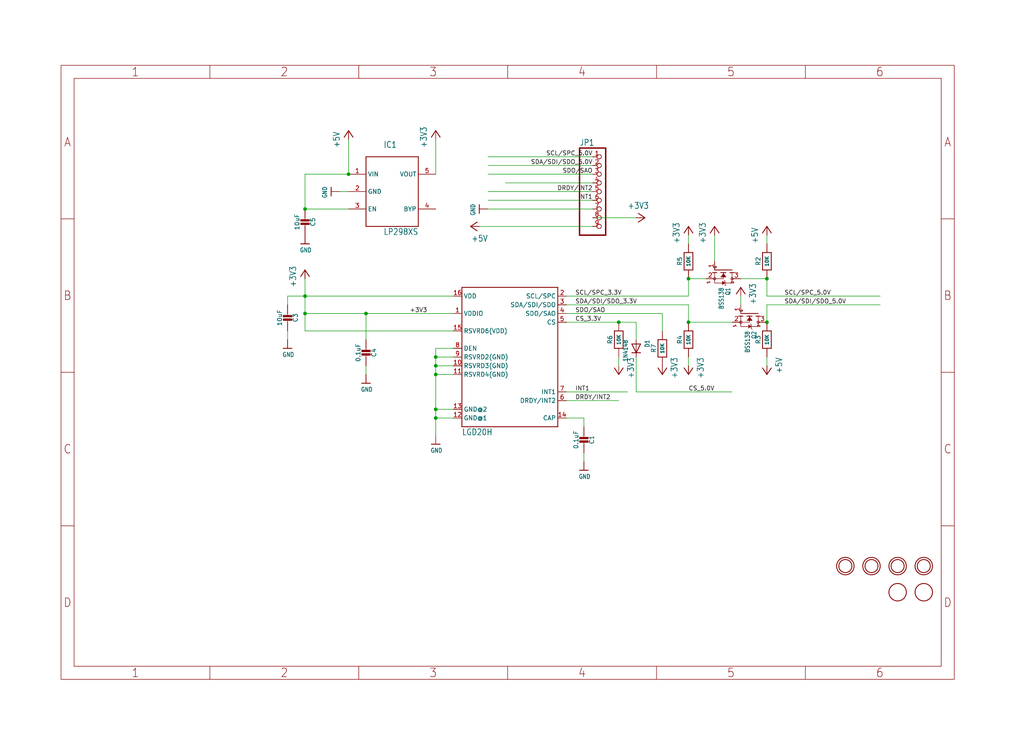
<source format=kicad_sch>
(kicad_sch (version 20230121) (generator eeschema)
  (paper "User" 298.45 217.322)
  (lib_symbols
    (symbol "working-eagle-import:+3V3" (power)
      (property "Value" "+3V3" (at -2.54 -5.08 90))
      (symbol "+3V3_1_0"
        (polyline (pts (xy 0 0) (xy -1.27 -1.905)) (stroke (width 0.254)))
        (polyline (pts (xy 1.27 -1.905) (xy 0 0)) (stroke (width 0.254)))
        (pin power_in line (at 0 -2.54 90) (length 2.54) (name "+3V3") (number "1"))
      )
    )
    (symbol "working-eagle-import:+5V" (power)
      (property "Value" "+5V" (at -2.54 -5.08 90))
      (symbol "+5V_1_0"
        (polyline (pts (xy 0 0) (xy -1.27 -1.905)) (stroke (width 0.254)))
        (polyline (pts (xy 1.27 -1.905) (xy 0 0)) (stroke (width 0.254)))
        (pin power_in line (at 0 -2.54 90) (length 2.54) (name "+5V") (number "1"))
      )
    )
    (symbol "working-eagle-import:CAP_CERAMIC0805-NOOUTLINE"
      (property "Reference" "C" (at -2.29 1.25 90))
      (symbol "CAP_CERAMIC0805-NOOUTLINE_1_0"
        (rectangle (start -1.27 0.508) (end 1.27 1.016) (fill (type outline)))
        (rectangle (start -1.27 1.524) (end 1.27 2.032) (fill (type outline)))
        (polyline (pts (xy 0 0.762) (xy 0 0)) (stroke (width 0.1524)))
        (polyline (pts (xy 0 2.54) (xy 0 1.778)) (stroke (width 0.1524)))
        (pin passive line (at 0 5.08 270) (length 2.54) (name "1") (number "1"))
        (pin passive line (at 0 -2.54 90) (length 2.54) (name "2") (number "2"))
      )
    )
    (symbol "working-eagle-import:DIODESOD-323F"
      (property "Reference" "D" (at -2.54 2.54 0))
      (symbol "DIODESOD-323F_1_0"
        (polyline (pts (xy -1.27 -1.27) (xy 1.27 0)) (stroke (width 0.254)))
        (polyline (pts (xy -1.27 1.27) (xy -1.27 -1.27)) (stroke (width 0.254)))
        (polyline (pts (xy 1.27 0) (xy -1.27 1.27)) (stroke (width 0.254)))
        (polyline (pts (xy 1.27 0) (xy 1.27 -1.27)) (stroke (width 0.254)))
        (polyline (pts (xy 1.27 1.27) (xy 1.27 0)) (stroke (width 0.254)))
        (pin passive line (at -2.54 0 0) (length 2.54) (name "A") (number "A"))
        (pin passive line (at 2.54 0 180) (length 2.54) (name "C") (number "C"))
      )
    )
    (symbol "working-eagle-import:FIDUCIAL"
      (symbol "FIDUCIAL_1_0"
        (circle (center 0 0) (radius 2.54) (stroke (width 0.254)))
      )
    )
    (symbol "working-eagle-import:FRAME_A4"
      (symbol "FRAME_A4_1_0"
        (polyline (pts (xy 0 44.7675) (xy 3.81 44.7675)))
        (polyline (pts (xy 0 89.535) (xy 3.81 89.535)))
        (polyline (pts (xy 0 134.3025) (xy 3.81 134.3025)))
        (polyline (pts (xy 3.81 3.81) (xy 3.81 175.26)))
        (polyline (pts (xy 43.3917 0) (xy 43.3917 3.81)))
        (polyline (pts (xy 43.3917 175.26) (xy 43.3917 179.07)))
        (polyline (pts (xy 86.7833 0) (xy 86.7833 3.81)))
        (polyline (pts (xy 86.7833 175.26) (xy 86.7833 179.07)))
        (polyline (pts (xy 130.175 0) (xy 130.175 3.81)))
        (polyline (pts (xy 130.175 175.26) (xy 130.175 179.07)))
        (polyline (pts (xy 173.5667 0) (xy 173.5667 3.81)))
        (polyline (pts (xy 173.5667 175.26) (xy 173.5667 179.07)))
        (polyline (pts (xy 216.9583 0) (xy 216.9583 3.81)))
        (polyline (pts (xy 216.9583 175.26) (xy 216.9583 179.07)))
        (polyline (pts (xy 256.54 3.81) (xy 3.81 3.81)))
        (polyline (pts (xy 256.54 3.81) (xy 256.54 8.89)) (stroke (width 0.1016)))
        (polyline (pts (xy 256.54 3.81) (xy 256.54 175.26)))
        (polyline (pts (xy 256.54 8.89) (xy 256.54 13.97)) (stroke (width 0.1016)))
        (polyline (pts (xy 256.54 13.97) (xy 256.54 19.05)) (stroke (width 0.1016)))
        (polyline (pts (xy 256.54 19.05) (xy 256.54 36.83)) (stroke (width 0.1016)))
        (polyline (pts (xy 256.54 44.7675) (xy 260.35 44.7675)))
        (polyline (pts (xy 256.54 89.535) (xy 260.35 89.535)))
        (polyline (pts (xy 256.54 134.3025) (xy 260.35 134.3025)))
        (polyline (pts (xy 256.54 175.26) (xy 3.81 175.26)))
        (polyline (pts (xy 0 0) (xy 260.35 0) (xy 260.35 179.07) (xy 0 179.07) (xy 0 0)))
        (text "1" (at 21.6958 1.905 0) (effects (font (size 2.54 2.286))))
        (text "1" (at 21.6958 177.165 0) (effects (font (size 2.54 2.286))))
        (text "2" (at 65.0875 1.905 0) (effects (font (size 2.54 2.286))))
        (text "2" (at 65.0875 177.165 0) (effects (font (size 2.54 2.286))))
        (text "3" (at 108.4792 1.905 0) (effects (font (size 2.54 2.286))))
        (text "3" (at 108.4792 177.165 0) (effects (font (size 2.54 2.286))))
        (text "4" (at 151.8708 1.905 0) (effects (font (size 2.54 2.286))))
        (text "4" (at 151.8708 177.165 0) (effects (font (size 2.54 2.286))))
        (text "5" (at 195.2625 1.905 0) (effects (font (size 2.54 2.286))))
        (text "5" (at 195.2625 177.165 0) (effects (font (size 2.54 2.286))))
        (text "6" (at 238.6542 1.905 0) (effects (font (size 2.54 2.286))))
        (text "6" (at 238.6542 177.165 0) (effects (font (size 2.54 2.286))))
        (text "A" (at 1.905 156.6863 0) (effects (font (size 2.54 2.286))))
        (text "A" (at 258.445 156.6863 0) (effects (font (size 2.54 2.286))))
        (text "B" (at 1.905 111.9188 0) (effects (font (size 2.54 2.286))))
        (text "B" (at 258.445 111.9188 0) (effects (font (size 2.54 2.286))))
        (text "C" (at 1.905 67.1513 0) (effects (font (size 2.54 2.286))))
        (text "C" (at 258.445 67.1513 0) (effects (font (size 2.54 2.286))))
        (text "D" (at 1.905 22.3838 0) (effects (font (size 2.54 2.286))))
        (text "D" (at 258.445 22.3838 0) (effects (font (size 2.54 2.286))))
      )
      (symbol "FRAME_A4_2_0"
        (polyline (pts (xy 1.27 -6.35) (xy 1.27 0)) (stroke (width 0.1016)))
        (polyline (pts (xy 1.27 0) (xy 82.55 0)) (stroke (width 0.1016)))
        (polyline (pts (xy 82.55 -6.35) (xy 1.27 -6.35)) (stroke (width 0.1016)))
        (polyline (pts (xy 82.55 0) (xy 82.55 -6.35)) (stroke (width 0.1016)))
        (text "PART OR WHOLE IS STRICTLY PROHIBITED WITHOUT WRITTEN PERMISSION!" (at 3.81 -5.08 0) (effects (font (size 1.27 1.0795)) (justify left bottom)))
        (text "PROPRIETARY" (at 3.81 -10.16 0) (effects (font (size 2.54 2.159) (thickness 0.4318) bold) (justify left bottom)))
        (text "THIS DRAWING CONTAINS CONFIDENTIAL INFORMATION. ANY REPRODUCTION IN" (at 3.81 -2.794 0) (effects (font (size 1.27 1.0795)) (justify left bottom)))
      )
      (symbol "FRAME_A4_3_0"
        (polyline (pts (xy 0 1.27) (xy 20.32 1.27)) (stroke (width 0.6096)))
        (polyline (pts (xy 0 10.16) (xy 0 1.27)) (stroke (width 0.6096)))
        (polyline (pts (xy 0 10.16) (xy 20.32 10.16)) (stroke (width 0.3048)))
        (polyline (pts (xy 0 19.05) (xy 0 10.16)) (stroke (width 0.6096)))
        (polyline (pts (xy 0 19.05) (xy 20.32 19.05)) (stroke (width 0.3048)))
        (polyline (pts (xy 0 27.94) (xy 0 19.05)) (stroke (width 0.6096)))
        (polyline (pts (xy 0 27.94) (xy 20.32 27.94)) (stroke (width 0.3048)))
        (polyline (pts (xy 0 34.29) (xy 0 27.94)) (stroke (width 0.6096)))
        (polyline (pts (xy 20.32 1.27) (xy 20.32 6.35)) (stroke (width 0.3048)))
        (polyline (pts (xy 20.32 1.27) (xy 95.885 1.27)) (stroke (width 0.6096)))
        (polyline (pts (xy 20.32 6.35) (xy 20.32 10.16)) (stroke (width 0.3048)))
        (polyline (pts (xy 20.32 6.35) (xy 88.9 6.35)) (stroke (width 0.3048)))
        (polyline (pts (xy 20.32 10.16) (xy 20.32 19.05)) (stroke (width 0.3048)))
        (polyline (pts (xy 20.32 16.51) (xy 20.32 19.05)) (stroke (width 0.3048)))
        (polyline (pts (xy 20.32 19.05) (xy 20.32 27.94)) (stroke (width 0.3048)))
        (polyline (pts (xy 20.32 27.94) (xy 20.32 34.29)) (stroke (width 0.3048)))
        (polyline (pts (xy 20.32 27.94) (xy 65.0875 27.94)) (stroke (width 0.3048)))
        (polyline (pts (xy 20.32 34.29) (xy 0 34.29)) (stroke (width 0.6096)))
        (polyline (pts (xy 65.0875 27.94) (xy 106.045 27.94)) (stroke (width 0.3048)))
        (polyline (pts (xy 65.0875 34.29) (xy 20.32 34.29)) (stroke (width 0.6096)))
        (polyline (pts (xy 88.9 6.35) (xy 95.885 6.35)) (stroke (width 0.3048)))
        (polyline (pts (xy 88.9 16.51) (xy 20.32 16.51)) (stroke (width 0.3048)))
        (polyline (pts (xy 88.9 16.51) (xy 88.9 6.35)) (stroke (width 0.3048)))
        (polyline (pts (xy 95.885 1.27) (xy 121.92 1.27)) (stroke (width 0.6096)))
        (polyline (pts (xy 95.885 6.35) (xy 95.885 1.27)) (stroke (width 0.3048)))
        (polyline (pts (xy 95.885 6.35) (xy 121.92 6.35)) (stroke (width 0.3048)))
        (polyline (pts (xy 101.6 13.0175) (xy 102.5525 13.0175)) (stroke (width 0.254)))
        (polyline (pts (xy 106.045 27.94) (xy 106.045 34.29)) (stroke (width 0.3048)))
        (polyline (pts (xy 106.045 27.94) (xy 110.49 27.94)) (stroke (width 0.3048)))
        (polyline (pts (xy 106.045 34.29) (xy 65.0875 34.29)) (stroke (width 0.6096)))
        (polyline (pts (xy 110.49 16.51) (xy 88.9 16.51)) (stroke (width 0.3048)))
        (polyline (pts (xy 110.49 27.94) (xy 110.49 16.51)) (stroke (width 0.3048)))
        (polyline (pts (xy 110.49 27.94) (xy 113.03 27.94)) (stroke (width 0.3048)))
        (polyline (pts (xy 113.03 27.94) (xy 121.92 27.94)) (stroke (width 0.3048)))
        (polyline (pts (xy 113.03 34.29) (xy 106.045 34.29)) (stroke (width 0.6096)))
        (polyline (pts (xy 121.92 6.35) (xy 121.92 1.27)) (stroke (width 0.6096)))
        (polyline (pts (xy 121.92 16.51) (xy 110.49 16.51)) (stroke (width 0.3048)))
        (polyline (pts (xy 121.92 16.51) (xy 121.92 6.35)) (stroke (width 0.6096)))
        (polyline (pts (xy 121.92 27.94) (xy 121.92 16.51)) (stroke (width 0.6096)))
        (polyline (pts (xy 121.92 34.29) (xy 113.03 34.29)) (stroke (width 0.6096)))
        (polyline (pts (xy 121.92 34.29) (xy 121.92 27.94)) (stroke (width 0.6096)))
        (circle (center 109.5375 31.115) (radius 1.4199) (stroke (width 0.254)))
        (text "${#}/${##}" (at 109.22 2.54 0) (effects (font (size 2.54 2.54)) (justify left bottom)))
        (text "${CHECKED}" (at 2.54 11.43 0) (effects (font (size 1.778 1.5113)) (justify left bottom)))
        (text "${COMPANY}" (at 23.6538 29.3687 0) (effects (font (size 3.175 2.6987) (thickness 0.5397) bold) (justify left bottom)))
        (text "${CURRENT_DATE}" (at 33.02 8.89 0) (effects (font (size 2.54 2.159)) (justify left bottom)))
        (text "${DATE}" (at 2.54 2.54 0) (effects (font (size 1.778 1.5113)) (justify left bottom)))
        (text "${DRAWN}" (at 2.54 20.32 0) (effects (font (size 1.778 1.5113)) (justify left bottom)))
        (text "${DRGNO}" (at 91.44 8.89 0) (effects (font (size 2.1844 1.8567)) (justify left bottom)))
        (text "${PROJECTNAME}" (at 33.3375 2.54 0) (effects (font (size 2.54 2.159)) (justify left bottom)))
        (text "${REV}" (at 114.3 18.415 0) (effects (font (size 3.81 3.2385)) (justify left bottom)))
        (text "2013" (at 112.7125 30.1625 0) (effects (font (size 1.778 1.5113)) (justify left bottom)))
        (text "C" (at 109.0612 30.48 0) (effects (font (size 1.27 1.0795)) (justify left bottom)))
        (text "CHECKED" (at 1.27 15.875 0) (effects (font (size 1.778 1.5113)) (justify left bottom)))
        (text "DATE" (at 1.27 6.985 0) (effects (font (size 1.778 1.5113)) (justify left bottom)))
        (text "DATE" (at 21.59 12.7 0) (effects (font (size 2.54 2.54)) (justify left bottom)))
        (text "DRAWN" (at 1.27 24.765 0) (effects (font (size 1.778 1.5113)) (justify left bottom)))
        (text "DRG" (at 90.17 12.7 0) (effects (font (size 2.54 2.54)) (justify left bottom)))
        (text "FILE:" (at 21.59 2.54 0) (effects (font (size 2.54 2.54)) (justify left bottom)))
        (text "ISSUE" (at 5.3975 30.1625 0) (effects (font (size 1.9304 1.6408)) (justify left bottom)))
        (text "N" (at 98.7425 12.7 0) (effects (font (size 2.54 2.54)) (justify left bottom)))
        (text "o" (at 101.2825 13.6525 0) (effects (font (size 2.1844 1.8567)) (justify left bottom)))
        (text "PAGE:" (at 97.155 2.54 0) (effects (font (size 2.54 2.54)) (justify left bottom)))
        (text "REV" (at 112.7125 24.13 0) (effects (font (size 2.54 2.54)) (justify left bottom)))
        (text "TITLE" (at 21.59 24.13 0) (effects (font (size 2.54 2.54)) (justify left bottom)))
      )
    )
    (symbol "working-eagle-import:GND" (power)
      (property "Value" "GND" (at -1.524 -2.54 0))
      (symbol "GND_1_0"
        (polyline (pts (xy -1.27 0) (xy 1.27 0)) (stroke (width 0.254)))
        (pin power_in line (at 0 2.54 270) (length 2.54) (name "GND") (number "1"))
      )
    )
    (symbol "working-eagle-import:GYRO_L3GD20H"
      (symbol "GYRO_L3GD20H_1_0"
        (polyline (pts (xy -15.24 -20.32) (xy -15.24 20.32)) (stroke (width 0.254)))
        (polyline (pts (xy -15.24 20.32) (xy 12.7 20.32)) (stroke (width 0.254)))
        (polyline (pts (xy 12.7 -20.32) (xy -15.24 -20.32)) (stroke (width 0.254)))
        (polyline (pts (xy 12.7 20.32) (xy 12.7 -20.32)) (stroke (width 0.254)))
        (pin power_in line (at -17.78 12.7 0) (length 2.54) (name "VDDIO") (number "1"))
        (pin bidirectional line (at -17.78 -2.54 0) (length 2.54) (name "RSVRD3(GND)") (number "10"))
        (pin bidirectional line (at -17.78 -5.08 0) (length 2.54) (name "RSVRD4(GND)") (number "11"))
        (pin bidirectional line (at -17.78 -17.78 0) (length 2.54) (name "GND@1") (number "12"))
        (pin bidirectional line (at -17.78 -15.24 0) (length 2.54) (name "GND@2") (number "13"))
        (pin bidirectional line (at 15.24 -17.78 180) (length 2.54) (name "CAP") (number "14"))
        (pin bidirectional line (at -17.78 7.62 0) (length 2.54) (name "RSVRD6(VDD)") (number "15"))
        (pin bidirectional line (at -17.78 17.78 0) (length 2.54) (name "VDD") (number "16"))
        (pin bidirectional line (at 15.24 17.78 180) (length 2.54) (name "SCL/SPC") (number "2"))
        (pin bidirectional line (at 15.24 15.24 180) (length 2.54) (name "SDA/SDI/SDO") (number "3"))
        (pin bidirectional line (at 15.24 12.7 180) (length 2.54) (name "SDO/SAO") (number "4"))
        (pin bidirectional line (at 15.24 10.16 180) (length 2.54) (name "CS") (number "5"))
        (pin bidirectional line (at 15.24 -12.7 180) (length 2.54) (name "DRDY/INT2") (number "6"))
        (pin bidirectional line (at 15.24 -10.16 180) (length 2.54) (name "INT1") (number "7"))
        (pin bidirectional line (at -17.78 2.54 0) (length 2.54) (name "DEN") (number "8"))
        (pin bidirectional line (at -17.78 0 0) (length 2.54) (name "RSVRD2(GND)") (number "9"))
      )
    )
    (symbol "working-eagle-import:HEADER-1X976MIL"
      (property "Reference" "JP" (at -6.35 13.335 0))
      (symbol "HEADER-1X976MIL_1_0"
        (polyline (pts (xy -6.35 -12.7) (xy 1.27 -12.7)) (stroke (width 0.4064)))
        (polyline (pts (xy -6.35 12.7) (xy -6.35 -12.7)) (stroke (width 0.4064)))
        (polyline (pts (xy 1.27 -12.7) (xy 1.27 12.7)) (stroke (width 0.4064)))
        (polyline (pts (xy 1.27 12.7) (xy -6.35 12.7)) (stroke (width 0.4064)))
        (pin passive inverted (at -2.54 10.16 0) (length 2.54) (name "1") (number "1"))
        (pin passive inverted (at -2.54 7.62 0) (length 2.54) (name "2") (number "2"))
        (pin passive inverted (at -2.54 5.08 0) (length 2.54) (name "3") (number "3"))
        (pin passive inverted (at -2.54 2.54 0) (length 2.54) (name "4") (number "4"))
        (pin passive inverted (at -2.54 0 0) (length 2.54) (name "5") (number "5"))
        (pin passive inverted (at -2.54 -2.54 0) (length 2.54) (name "6") (number "6"))
        (pin passive inverted (at -2.54 -5.08 0) (length 2.54) (name "7") (number "7"))
        (pin passive inverted (at -2.54 -7.62 0) (length 2.54) (name "8") (number "8"))
        (pin passive inverted (at -2.54 -10.16 0) (length 2.54) (name "9") (number "9"))
      )
    )
    (symbol "working-eagle-import:LP298XS"
      (property "Reference" "IC" (at -12.7 -5.08 90))
      (symbol "LP298XS_1_0"
        (polyline (pts (xy -10.16 -10.16) (xy 10.16 -10.16)) (stroke (width 0.254)))
        (polyline (pts (xy -10.16 5.08) (xy -10.16 -10.16)) (stroke (width 0.254)))
        (polyline (pts (xy 10.16 -10.16) (xy 10.16 5.08)) (stroke (width 0.254)))
        (polyline (pts (xy 10.16 5.08) (xy -10.16 5.08)) (stroke (width 0.254)))
        (pin bidirectional line (at -5.08 -15.24 90) (length 5.08) (name "VIN") (number "1"))
        (pin bidirectional line (at 0 -15.24 90) (length 5.08) (name "GND") (number "2"))
        (pin bidirectional line (at 5.08 -15.24 90) (length 5.08) (name "EN") (number "3"))
        (pin bidirectional line (at 5.08 10.16 270) (length 5.08) (name "BYP") (number "4"))
        (pin bidirectional line (at -5.08 10.16 270) (length 5.08) (name "VOUT") (number "5"))
      )
    )
    (symbol "working-eagle-import:MOSFET-NREFLOW"
      (property "Reference" "Q" (at 5.08 0.635 0))
      (symbol "MOSFET-NREFLOW_1_0"
        (polyline (pts (xy 0 2.54) (xy 0 -2.54)) (stroke (width 0.254)))
        (polyline (pts (xy 0.762 -2.54) (xy 0.762 -3.175)) (stroke (width 0.254)))
        (polyline (pts (xy 0.762 -1.905) (xy 0.762 -2.54)) (stroke (width 0.254)))
        (polyline (pts (xy 0.762 0) (xy 0.762 -0.762)) (stroke (width 0.254)))
        (polyline (pts (xy 0.762 0) (xy 2.54 0)) (stroke (width 0.1524)))
        (polyline (pts (xy 0.762 0.762) (xy 0.762 0)) (stroke (width 0.254)))
        (polyline (pts (xy 0.762 2.54) (xy 0.762 1.905)) (stroke (width 0.254)))
        (polyline (pts (xy 0.762 2.54) (xy 3.81 2.54)) (stroke (width 0.1524)))
        (polyline (pts (xy 0.762 3.175) (xy 0.762 2.54)) (stroke (width 0.254)))
        (polyline (pts (xy 2.54 -2.54) (xy 0.762 -2.54)) (stroke (width 0.1524)))
        (polyline (pts (xy 2.54 -2.54) (xy 3.81 -2.54)) (stroke (width 0.1524)))
        (polyline (pts (xy 2.54 0) (xy 2.54 -2.54)) (stroke (width 0.1524)))
        (polyline (pts (xy 3.302 0.508) (xy 3.048 0.254)) (stroke (width 0.1524)))
        (polyline (pts (xy 3.81 0.508) (xy 3.302 0.508)) (stroke (width 0.1524)))
        (polyline (pts (xy 3.81 0.508) (xy 3.81 -2.54)) (stroke (width 0.1524)))
        (polyline (pts (xy 3.81 2.54) (xy 3.81 0.508)) (stroke (width 0.1524)))
        (polyline (pts (xy 4.318 0.508) (xy 3.81 0.508)) (stroke (width 0.1524)))
        (polyline (pts (xy 4.572 0.762) (xy 4.318 0.508)) (stroke (width 0.1524)))
        (polyline (pts (xy 1.016 0) (xy 2.032 0.762) (xy 2.032 -0.762)) (stroke (width 0.1524)) (fill (type outline)))
        (polyline (pts (xy 3.81 0.508) (xy 3.302 -0.254) (xy 4.318 -0.254)) (stroke (width 0.1524)) (fill (type outline)))
        (circle (center 2.54 -2.54) (radius 0.3592))
        (circle (center 2.54 2.54) (radius 0.3592))
        (text "D" (at 3.175 3.175 0) (effects (font (size 0.8128 0.6908)) (justify left bottom)))
        (text "G" (at -1.27 -1.905 0) (effects (font (size 0.8128 0.6908)) (justify left bottom)))
        (text "S" (at 3.175 -3.81 0) (effects (font (size 0.8128 0.6908)) (justify left bottom)))
        (pin bidirectional line (at -2.54 -2.54 0) (length 2.54) (name "G") (number "1"))
        (pin bidirectional line (at 2.54 -5.08 90) (length 2.54) (name "S") (number "2"))
        (pin bidirectional line (at 2.54 5.08 270) (length 2.54) (name "D") (number "3"))
      )
    )
    (symbol "working-eagle-import:MOUNTINGHOLE2.0"
      (symbol "MOUNTINGHOLE2.0_1_0"
        (circle (center 0 0) (radius 1.905) (stroke (width 0.254)))
        (circle (center 0 0) (radius 2.54) (stroke (width 0.254)))
      )
    )
    (symbol "working-eagle-import:RESISTOR0805_NOOUTLINE"
      (property "Reference" "R" (at 0 2.54 0))
      (symbol "RESISTOR0805_NOOUTLINE_1_0"
        (polyline (pts (xy -2.54 -1.27) (xy -2.54 1.27)) (stroke (width 0.254)))
        (polyline (pts (xy -2.54 1.27) (xy 2.54 1.27)) (stroke (width 0.254)))
        (polyline (pts (xy 2.54 -1.27) (xy -2.54 -1.27)) (stroke (width 0.254)))
        (polyline (pts (xy 2.54 1.27) (xy 2.54 -1.27)) (stroke (width 0.254)))
        (pin passive line (at -5.08 0 0) (length 2.54) (name "1") (number "1"))
        (pin passive line (at 5.08 0 180) (length 2.54) (name "2") (number "2"))
      )
    )
    (symbol "working-eagle-import:RESISTOR_0805MP"
      (property "Reference" "R" (at 0 2.54 0))
      (symbol "RESISTOR_0805MP_1_0"
        (polyline (pts (xy -2.54 -1.27) (xy -2.54 1.27)) (stroke (width 0.254)))
        (polyline (pts (xy -2.54 1.27) (xy 2.54 1.27)) (stroke (width 0.254)))
        (polyline (pts (xy 2.54 -1.27) (xy -2.54 -1.27)) (stroke (width 0.254)))
        (polyline (pts (xy 2.54 1.27) (xy 2.54 -1.27)) (stroke (width 0.254)))
        (pin passive line (at -5.08 0 0) (length 2.54) (name "1") (number "1"))
        (pin passive line (at 5.08 0 180) (length 2.54) (name "2") (number "2"))
      )
    )
  )
  (junction (at 127 104.14))
  (junction (at 88.9 91.44))
  (junction (at 88.9 60.96))
  (junction (at 88.9 86.36))
  (junction (at 106.68 91.44))
  (junction (at 127 121.92))
  (junction (at 127 106.68))
  (junction (at 127 119.38))
  (junction (at 200.66 81.28))
  (junction (at 127 109.22))
  (junction (at 180.34 93.98))
  (junction (at 223.52 81.28))
  (junction (at 200.66 93.98))
  (junction (at 223.52 93.98))
  (junction (at 101.6 50.8))
  (wire (pts (xy 106.68 91.44) (xy 88.9 91.44)) (stroke (width 0.1524)))
  (wire (pts (xy 200.66 106.68) (xy 200.66 104.14)) (stroke (width 0.1524)))
  (wire (pts (xy 88.9 96.52) (xy 88.9 91.44)) (stroke (width 0.1524)))
  (wire (pts (xy 170.18 132.08) (xy 170.18 134.62)) (stroke (width 0.1524)))
  (wire (pts (xy 101.6 40.64) (xy 101.6 50.8)) (stroke (width 0.1524)))
  (wire (pts (xy 170.18 124.46) (xy 170.18 121.92)) (stroke (width 0.1524)))
  (wire (pts (xy 88.9 60.96) (xy 88.9 50.8)) (stroke (width 0.1524)))
  (wire (pts (xy 106.68 106.68) (xy 106.68 109.22)) (stroke (width 0.1524)))
  (wire (pts (xy 223.52 106.68) (xy 223.52 104.14)) (stroke (width 0.1524)))
  (wire (pts (xy 88.9 81.28) (xy 88.9 86.36)) (stroke (width 0.1524)))
  (wire (pts (xy 223.52 93.98) (xy 223.52 88.9)) (stroke (width 0.1524)))
  (wire (pts (xy 208.28 76.2) (xy 208.28 68.58)) (stroke (width 0.1524)))
  (wire (pts (xy 147.32 53.34) (xy 172.72 53.34)) (stroke (width 0.1524)))
  (wire (pts (xy 165.1 116.84) (xy 180.34 116.84)) (stroke (width 0.1524)))
  (wire (pts (xy 142.24 55.88) (xy 172.72 55.88)) (stroke (width 0.1524)))
  (wire (pts (xy 200.66 81.28) (xy 205.74 81.28)) (stroke (width 0.1524)))
  (wire (pts (xy 165.1 114.3) (xy 182.88 114.3)) (stroke (width 0.1524)))
  (wire (pts (xy 132.08 101.6) (xy 127 101.6)) (stroke (width 0.1524)))
  (wire (pts (xy 172.72 48.26) (xy 142.24 48.26)) (stroke (width 0.1524)))
  (wire (pts (xy 88.9 86.36) (xy 83.82 86.36)) (stroke (width 0.1524)))
  (wire (pts (xy 127 119.38) (xy 127 121.92)) (stroke (width 0.1524)))
  (wire (pts (xy 200.66 86.36) (xy 200.66 81.28)) (stroke (width 0.1524)))
  (wire (pts (xy 127 109.22) (xy 127 119.38)) (stroke (width 0.1524)))
  (wire (pts (xy 127 121.92) (xy 127 127)) (stroke (width 0.1524)))
  (wire (pts (xy 83.82 86.36) (xy 83.82 88.9)) (stroke (width 0.1524)))
  (wire (pts (xy 132.08 121.92) (xy 127 121.92)) (stroke (width 0.1524)))
  (wire (pts (xy 142.24 58.42) (xy 172.72 58.42)) (stroke (width 0.1524)))
  (wire (pts (xy 170.18 121.92) (xy 165.1 121.92)) (stroke (width 0.1524)))
  (wire (pts (xy 127 104.14) (xy 127 106.68)) (stroke (width 0.1524)))
  (wire (pts (xy 165.1 88.9) (xy 200.66 88.9)) (stroke (width 0.1524)))
  (wire (pts (xy 142.24 45.72) (xy 172.72 45.72)) (stroke (width 0.1524)))
  (wire (pts (xy 223.52 68.58) (xy 223.52 71.12)) (stroke (width 0.1524)))
  (wire (pts (xy 132.08 109.22) (xy 127 109.22)) (stroke (width 0.1524)))
  (wire (pts (xy 223.52 81.28) (xy 223.52 86.36)) (stroke (width 0.1524)))
  (wire (pts (xy 165.1 93.98) (xy 180.34 93.98)) (stroke (width 0.1524)))
  (wire (pts (xy 185.42 93.98) (xy 185.42 99.06)) (stroke (width 0.1524)))
  (wire (pts (xy 142.24 60.96) (xy 172.72 60.96)) (stroke (width 0.1524)))
  (wire (pts (xy 99.06 55.88) (xy 101.6 55.88)) (stroke (width 0.1524)))
  (wire (pts (xy 180.34 93.98) (xy 185.42 93.98)) (stroke (width 0.1524)))
  (wire (pts (xy 101.6 60.96) (xy 88.9 60.96)) (stroke (width 0.1524)))
  (wire (pts (xy 200.66 68.58) (xy 200.66 71.12)) (stroke (width 0.1524)))
  (wire (pts (xy 132.08 96.52) (xy 88.9 96.52)) (stroke (width 0.1524)))
  (wire (pts (xy 127 106.68) (xy 127 109.22)) (stroke (width 0.1524)))
  (wire (pts (xy 88.9 50.8) (xy 101.6 50.8)) (stroke (width 0.1524)))
  (wire (pts (xy 200.66 93.98) (xy 200.66 88.9)) (stroke (width 0.1524)))
  (wire (pts (xy 185.42 114.3) (xy 213.36 114.3)) (stroke (width 0.1524)))
  (wire (pts (xy 132.08 106.68) (xy 127 106.68)) (stroke (width 0.1524)))
  (wire (pts (xy 132.08 104.14) (xy 127 104.14)) (stroke (width 0.1524)))
  (wire (pts (xy 213.36 93.98) (xy 200.66 93.98)) (stroke (width 0.1524)))
  (wire (pts (xy 132.08 86.36) (xy 88.9 86.36)) (stroke (width 0.1524)))
  (wire (pts (xy 256.54 88.9) (xy 223.52 88.9)) (stroke (width 0.1524)))
  (wire (pts (xy 132.08 91.44) (xy 106.68 91.44)) (stroke (width 0.1524)))
  (wire (pts (xy 127 101.6) (xy 127 104.14)) (stroke (width 0.1524)))
  (wire (pts (xy 223.52 86.36) (xy 256.54 86.36)) (stroke (width 0.1524)))
  (wire (pts (xy 127 40.64) (xy 127 50.8)) (stroke (width 0.1524)))
  (wire (pts (xy 180.34 106.68) (xy 180.34 104.14)) (stroke (width 0.1524)))
  (wire (pts (xy 83.82 96.52) (xy 83.82 99.06)) (stroke (width 0.1524)))
  (wire (pts (xy 165.1 86.36) (xy 200.66 86.36)) (stroke (width 0.1524)))
  (wire (pts (xy 193.04 91.44) (xy 193.04 96.52)) (stroke (width 0.1524)))
  (wire (pts (xy 185.42 63.5) (xy 172.72 63.5)) (stroke (width 0.1524)))
  (wire (pts (xy 106.68 91.44) (xy 106.68 99.06)) (stroke (width 0.1524)))
  (wire (pts (xy 88.9 91.44) (xy 88.9 86.36)) (stroke (width 0.1524)))
  (wire (pts (xy 185.42 104.14) (xy 185.42 114.3)) (stroke (width 0.1524)))
  (wire (pts (xy 165.1 91.44) (xy 193.04 91.44)) (stroke (width 0.1524)))
  (wire (pts (xy 142.24 50.8) (xy 172.72 50.8)) (stroke (width 0.1524)))
  (wire (pts (xy 139.7 66.04) (xy 172.72 66.04)) (stroke (width 0.1524)))
  (wire (pts (xy 215.9 86.36) (xy 215.9 88.9)) (stroke (width 0.1524)))
  (wire (pts (xy 132.08 119.38) (xy 127 119.38)) (stroke (width 0.1524)))
  (wire (pts (xy 215.9 81.28) (xy 223.52 81.28)) (stroke (width 0.1524)))
  (label "SCL/SPC_3.3V" (at 167.64 86.36 0) (effects (font (size 1.2446 1.2446))))
  (label "+3V3" (at 119.38 91.44 0) (effects (font (size 1.2446 1.2446))))
  (label "INT1" (at 172.72 58.42 180) (effects (font (size 1.2446 1.2446))))
  (label "SCL/SPC_5.0V" (at 228.6 86.36 0) (effects (font (size 1.2446 1.2446))))
  (label "SDO/SAO" (at 172.72 50.8 180) (effects (font (size 1.2446 1.2446))))
  (label "CS_3.3V" (at 167.64 93.98 0) (effects (font (size 1.2446 1.2446))))
  (label "CS_5.0V" (at 200.66 114.3 0) (effects (font (size 1.2446 1.2446))))
  (label "SDO/SAO" (at 167.64 91.44 0) (effects (font (size 1.2446 1.2446))))
  (label "SDA/SDI/SDO_5.0V" (at 228.6 88.9 0) (effects (font (size 1.2446 1.2446))))
  (label "INT1" (at 167.64 114.3 0) (effects (font (size 1.2446 1.2446))))
  (label "SDA/SDI/SDO_3.3V" (at 167.64 88.9 0) (effects (font (size 1.2446 1.2446))))
  (label "SDA/SDI/SDO_5.0V" (at 172.72 48.26 180) (effects (font (size 1.2446 1.2446))))
  (label "DRDY/INT2" (at 172.72 55.88 180) (effects (font (size 1.2446 1.2446))))
  (label "DRDY/INT2" (at 167.64 116.84 0) (effects (font (size 1.2446 1.2446))))
  (label "SCL/SPC_5.0V" (at 172.72 45.72 180) (effects (font (size 1.2446 1.2446))))
  (symbol (lib_id "working-eagle-import:MOSFET-NREFLOW") (at 218.44 91.44 270) (unit 1)
    (property "Reference" "Q2" (at 219.075 96.52 0) (effects (font (size 1.27 1.0795)) (justify left bottom)))
    (property "Value" "BSS138" (at 217.17 96.52 0) (effects (font (size 1.27 1.0795)) (justify left bottom)))
    (property "Footprint" "working:SOT23" (effects hide))
  )
  (symbol (lib_id "working-eagle-import:GND") (at 139.7 60.96 270) (unit 1)
    (property "Reference" "#U$9" (effects hide))
    (property "Value" "GND" (at 137.16 59.436 0) (effects (font (size 1.27 1.0795)) (justify left bottom)))
  )
  (symbol (lib_id "working-eagle-import:CAP_CERAMIC0805-NOOUTLINE") (at 88.9 63.5 180) (unit 1)
    (property "Reference" "C5" (at 91.19 64.75 90))
    (property "Value" "10uF" (at 86.6 64.75 90))
    (property "Footprint" "working:0805-NO" (effects hide))
  )
  (symbol (lib_id "working-eagle-import:RESISTOR_0805MP") (at 223.52 99.06 90) (unit 1)
    (property "Reference" "R3" (at 220.98 99.06 0))
    (property "Value" "10K" (at 223.52 99.06 0) (effects (font (size 1.016 1.016) bold)))
    (property "Footprint" "working:_0805MP" (effects hide))
  )
  (symbol (lib_id "working-eagle-import:+5V") (at 223.52 66.04 0) (unit 1)
    (property "Reference" "#P+1" (effects hide))
    (property "Value" "+5V" (at 220.98 71.12 90) (effects (font (size 1.778 1.5113)) (justify left bottom)))
  )
  (symbol (lib_id "working-eagle-import:FIDUCIAL") (at 269.24 172.72 0) (unit 1)
    (property "Reference" "U$15" (effects hide))
    (property "Value" "FIDUCIAL" (effects hide))
    (property "Footprint" "working:FIDUCIAL_1MM" (effects hide))
  )
  (symbol (lib_id "working-eagle-import:GND") (at 106.68 111.76 0) (unit 1)
    (property "Reference" "#U$7" (effects hide))
    (property "Value" "GND" (at 105.156 114.3 0) (effects (font (size 1.27 1.0795)) (justify left bottom)))
  )
  (symbol (lib_id "working-eagle-import:FIDUCIAL") (at 261.62 172.72 0) (unit 1)
    (property "Reference" "U$16" (effects hide))
    (property "Value" "FIDUCIAL" (effects hide))
    (property "Footprint" "working:FIDUCIAL_1MM" (effects hide))
  )
  (symbol (lib_id "working-eagle-import:+3V3") (at 127 38.1 0) (unit 1)
    (property "Reference" "#+3V6" (effects hide))
    (property "Value" "+3V3" (at 124.46 43.18 90) (effects (font (size 1.778 1.5113)) (justify left bottom)))
  )
  (symbol (lib_id "working-eagle-import:RESISTOR0805_NOOUTLINE") (at 193.04 101.6 90) (unit 1)
    (property "Reference" "R7" (at 190.5 101.6 0))
    (property "Value" "10K" (at 193.04 101.6 0) (effects (font (size 1.016 1.016) bold)))
    (property "Footprint" "working:0805-NO" (effects hide))
  )
  (symbol (lib_id "working-eagle-import:RESISTOR0805_NOOUTLINE") (at 200.66 99.06 90) (unit 1)
    (property "Reference" "R4" (at 198.12 99.06 0))
    (property "Value" "10K" (at 200.66 99.06 0) (effects (font (size 1.016 1.016) bold)))
    (property "Footprint" "working:0805-NO" (effects hide))
  )
  (symbol (lib_id "working-eagle-import:+3V3") (at 187.96 63.5 270) (unit 1)
    (property "Reference" "#+3V8" (effects hide))
    (property "Value" "+3V3" (at 182.88 60.96 90) (effects (font (size 1.778 1.5113)) (justify left bottom)))
  )
  (symbol (lib_id "working-eagle-import:CAP_CERAMIC0805-NOOUTLINE") (at 106.68 101.6 180) (unit 1)
    (property "Reference" "C4" (at 108.97 102.85 90))
    (property "Value" "0.1uF" (at 104.38 102.85 90))
    (property "Footprint" "working:0805-NO" (effects hide))
  )
  (symbol (lib_id "working-eagle-import:+5V") (at 137.16 66.04 90) (unit 1)
    (property "Reference" "#P+4" (effects hide))
    (property "Value" "+5V" (at 142.24 68.58 90) (effects (font (size 1.778 1.5113)) (justify left bottom)))
  )
  (symbol (lib_id "working-eagle-import:CAP_CERAMIC0805-NOOUTLINE") (at 83.82 91.44 180) (unit 1)
    (property "Reference" "C3" (at 86.11 92.69 90))
    (property "Value" "10uF" (at 81.52 92.69 90))
    (property "Footprint" "working:0805-NO" (effects hide))
  )
  (symbol (lib_id "working-eagle-import:GND") (at 127 129.54 0) (unit 1)
    (property "Reference" "#U$2" (effects hide))
    (property "Value" "GND" (at 125.476 132.08 0) (effects (font (size 1.27 1.0795)) (justify left bottom)))
  )
  (symbol (lib_id "working-eagle-import:GND") (at 170.18 137.16 0) (unit 1)
    (property "Reference" "#U$1" (effects hide))
    (property "Value" "GND" (at 168.656 139.7 0) (effects (font (size 1.27 1.0795)) (justify left bottom)))
  )
  (symbol (lib_id "working-eagle-import:+3V3") (at 208.28 66.04 0) (unit 1)
    (property "Reference" "#+3V2" (effects hide))
    (property "Value" "+3V3" (at 205.74 71.12 90) (effects (font (size 1.778 1.5113)) (justify left bottom)))
  )
  (symbol (lib_id "working-eagle-import:DIODESOD-323F") (at 185.42 101.6 270) (unit 1)
    (property "Reference" "D1" (at 187.96 99.06 0) (effects (font (size 1.27 1.0795)) (justify left bottom)))
    (property "Value" "1N4148" (at 181.61 99.06 0) (effects (font (size 1.27 1.0795)) (justify left bottom)))
    (property "Footprint" "working:SOD-323F" (effects hide))
  )
  (symbol (lib_id "working-eagle-import:GND") (at 96.52 55.88 270) (unit 1)
    (property "Reference" "#U$4" (effects hide))
    (property "Value" "GND" (at 93.98 54.356 0) (effects (font (size 1.27 1.0795)) (justify left bottom)))
  )
  (symbol (lib_id "working-eagle-import:RESISTOR0805_NOOUTLINE") (at 223.52 76.2 90) (unit 1)
    (property "Reference" "R2" (at 220.98 76.2 0))
    (property "Value" "10K" (at 223.52 76.2 0) (effects (font (size 1.016 1.016) bold)))
    (property "Footprint" "working:0805-NO" (effects hide))
  )
  (symbol (lib_id "working-eagle-import:+3V3") (at 180.34 109.22 180) (unit 1)
    (property "Reference" "#+3V1" (effects hide))
    (property "Value" "+3V3" (at 182.88 104.14 90) (effects (font (size 1.778 1.5113)) (justify left bottom)))
  )
  (symbol (lib_id "working-eagle-import:MOSFET-NREFLOW") (at 210.82 78.74 270) (unit 1)
    (property "Reference" "Q1" (at 211.455 83.82 0) (effects (font (size 1.27 1.0795)) (justify left bottom)))
    (property "Value" "BSS138" (at 209.55 83.82 0) (effects (font (size 1.27 1.0795)) (justify left bottom)))
    (property "Footprint" "working:SOT23" (effects hide))
  )
  (symbol (lib_id "working-eagle-import:RESISTOR0805_NOOUTLINE") (at 200.66 76.2 90) (unit 1)
    (property "Reference" "R5" (at 198.12 76.2 0))
    (property "Value" "10K" (at 200.66 76.2 0) (effects (font (size 1.016 1.016) bold)))
    (property "Footprint" "working:0805-NO" (effects hide))
  )
  (symbol (lib_id "working-eagle-import:MOUNTINGHOLE2.0") (at 246.38 165.1 0) (unit 1)
    (property "Reference" "U$14" (effects hide))
    (property "Value" "MOUNTINGHOLE2.0" (effects hide))
    (property "Footprint" "working:MOUNTINGHOLE_2.0_PLATED" (effects hide))
  )
  (symbol (lib_id "working-eagle-import:+5V") (at 223.52 109.22 180) (unit 1)
    (property "Reference" "#P+3" (effects hide))
    (property "Value" "+5V" (at 226.06 104.14 90) (effects (font (size 1.778 1.5113)) (justify left bottom)))
  )
  (symbol (lib_id "working-eagle-import:LP298XS") (at 116.84 55.88 270) (unit 1)
    (property "Reference" "IC1" (at 111.76 43.18 90) (effects (font (size 1.778 1.5113)) (justify left bottom)))
    (property "Value" "LP298XS" (at 111.76 68.58 90) (effects (font (size 1.778 1.5113)) (justify left bottom)))
    (property "Footprint" "working:SOT23-5L" (effects hide))
  )
  (symbol (lib_id "working-eagle-import:RESISTOR_0805MP") (at 180.34 99.06 90) (unit 1)
    (property "Reference" "R6" (at 177.8 99.06 0))
    (property "Value" "10K" (at 180.34 99.06 0) (effects (font (size 1.016 1.016) bold)))
    (property "Footprint" "working:_0805MP" (effects hide))
  )
  (symbol (lib_id "working-eagle-import:CAP_CERAMIC0805-NOOUTLINE") (at 170.18 127 180) (unit 1)
    (property "Reference" "C1" (at 172.47 128.25 90))
    (property "Value" "0.1uF" (at 167.88 128.25 90))
    (property "Footprint" "working:0805-NO" (effects hide))
  )
  (symbol (lib_id "working-eagle-import:MOUNTINGHOLE2.0") (at 269.24 165.1 0) (unit 1)
    (property "Reference" "U$12" (effects hide))
    (property "Value" "MOUNTINGHOLE2.0" (effects hide))
    (property "Footprint" "working:MOUNTINGHOLE_2.0_PLATED" (effects hide))
  )
  (symbol (lib_id "working-eagle-import:+3V3") (at 215.9 83.82 0) (mirror y) (unit 1)
    (property "Reference" "#+3V3" (effects hide))
    (property "Value" "+3V3" (at 218.44 88.9 90) (effects (font (size 1.778 1.5113)) (justify left bottom)))
  )
  (symbol (lib_id "working-eagle-import:+3V3") (at 193.04 109.22 180) (unit 1)
    (property "Reference" "#+3V9" (effects hide))
    (property "Value" "+3V3" (at 195.58 104.14 90) (effects (font (size 1.778 1.5113)) (justify left bottom)))
  )
  (symbol (lib_id "working-eagle-import:GND") (at 83.82 101.6 0) (unit 1)
    (property "Reference" "#U$6" (effects hide))
    (property "Value" "GND" (at 82.296 104.14 0) (effects (font (size 1.27 1.0795)) (justify left bottom)))
  )
  (symbol (lib_id "working-eagle-import:+5V") (at 101.6 38.1 0) (unit 1)
    (property "Reference" "#P+2" (effects hide))
    (property "Value" "+5V" (at 99.06 43.18 90) (effects (font (size 1.778 1.5113)) (justify left bottom)))
  )
  (symbol (lib_id "working-eagle-import:+3V3") (at 200.66 66.04 0) (unit 1)
    (property "Reference" "#+3V4" (effects hide))
    (property "Value" "+3V3" (at 198.12 71.12 90) (effects (font (size 1.778 1.5113)) (justify left bottom)))
  )
  (symbol (lib_id "working-eagle-import:+3V3") (at 200.66 109.22 180) (unit 1)
    (property "Reference" "#+3V5" (effects hide))
    (property "Value" "+3V3" (at 203.2 104.14 90) (effects (font (size 1.778 1.5113)) (justify left bottom)))
  )
  (symbol (lib_id "working-eagle-import:HEADER-1X976MIL") (at 175.26 55.88 0) (unit 1)
    (property "Reference" "JP1" (at 168.91 42.545 0) (effects (font (size 1.778 1.5113)) (justify left bottom)))
    (property "Value" "HEADER-1X976MIL" (effects hide))
    (property "Footprint" "working:1X09_ROUND_76" (effects hide))
  )
  (symbol (lib_id "working-eagle-import:MOUNTINGHOLE2.0") (at 261.62 165.1 0) (unit 1)
    (property "Reference" "U$11" (effects hide))
    (property "Value" "MOUNTINGHOLE2.0" (effects hide))
    (property "Footprint" "working:MOUNTINGHOLE_2.0_PLATED" (effects hide))
  )
  (symbol (lib_id "working-eagle-import:GYRO_L3GD20H") (at 149.86 104.14 0) (unit 1)
    (property "Reference" "IC2" (effects hide))
    (property "Value" "LGD20H" (at 134.62 127 0) (effects (font (size 1.778 1.5113)) (justify left bottom)))
    (property "Footprint" "working:L3GD20H_LGA16L" (effects hide))
  )
  (symbol (lib_id "working-eagle-import:+3V3") (at 88.9 78.74 0) (unit 1)
    (property "Reference" "#+3V7" (effects hide))
    (property "Value" "+3V3" (at 86.36 83.82 90) (effects (font (size 1.778 1.5113)) (justify left bottom)))
  )
  (symbol (lib_id "working-eagle-import:GND") (at 88.9 71.12 0) (unit 1)
    (property "Reference" "#U$8" (effects hide))
    (property "Value" "GND" (at 87.376 73.66 0) (effects (font (size 1.27 1.0795)) (justify left bottom)))
  )
  (symbol (lib_id "working-eagle-import:FRAME_A4") (at 17.78 198.12 0) (unit 1)
    (property "Reference" "#FRAME1" (effects hide))
    (property "Value" "FRAME_A4" (effects hide))
  )
  (symbol (lib_id "working-eagle-import:MOUNTINGHOLE2.0") (at 254 165.1 0) (unit 1)
    (property "Reference" "U$13" (effects hide))
    (property "Value" "MOUNTINGHOLE2.0" (effects hide))
    (property "Footprint" "working:MOUNTINGHOLE_2.0_PLATED" (effects hide))
  )
)
</source>
